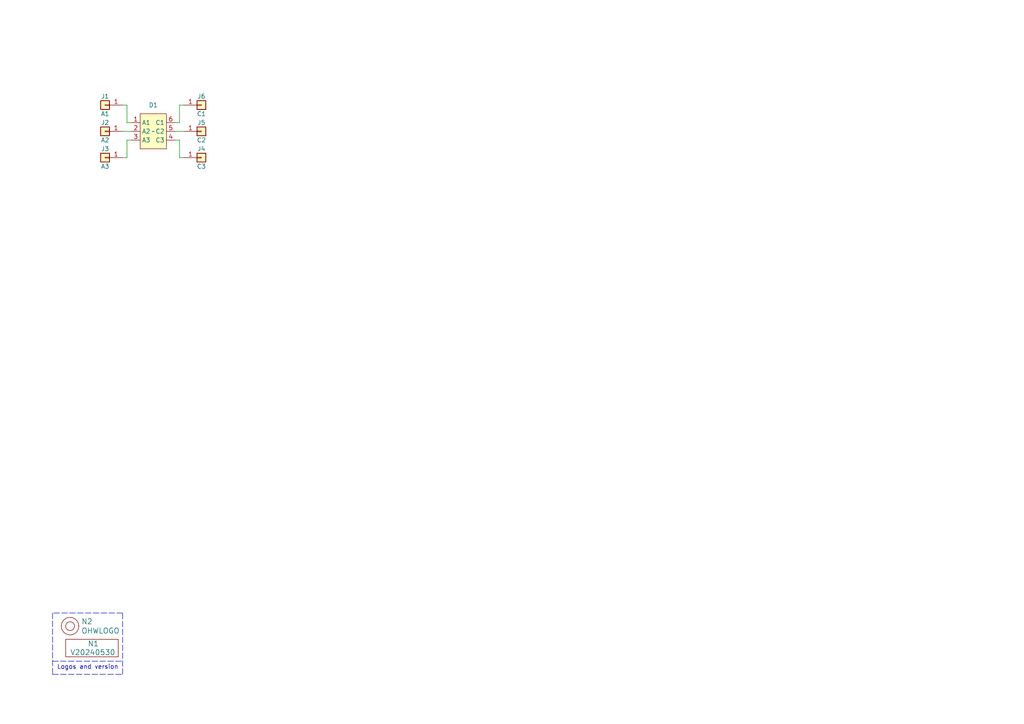
<source format=kicad_sch>
(kicad_sch (version 20230121) (generator eeschema)
  (paper "A4")
  (lib_symbols
    (symbol "Connector_Generic:Conn_01x01" (pin_names (offset 1.016) hide)
      (property "Reference" "J" (at 0 2.54 0))
      (property "Value" "Conn_01x01" (at 0 -2.54 0))
      (symbol "Conn_01x01_1_1"
        (rectangle (start -1.27 0.127) (end 0 -0.127) (stroke (width 0.1524)))
        (rectangle (start -1.27 1.27) (end 1.27 -1.27) (stroke (width 0.254)) (fill (type background)))
        (pin passive line (at -5.08 0 0) (length 3.81) (name "Pin_1") (number "1"))
      )
    )
    (symbol "SquantorDiodes:triple_diode"
      (property "Reference" "D" (at 0 6.35 0))
      (symbol "triple_diode_1_1"
        (rectangle (start -3.81 5.08) (end 3.81 -5.08) (fill (type background)))
        (pin passive line (at -6.35 2.54 0) (length 2.54) (name "A1") (number "1"))
        (pin passive line (at -6.35 0 0) (length 2.54) (name "A2") (number "2"))
        (pin passive line (at -6.35 -2.54 0) (length 2.54) (name "A3") (number "3"))
        (pin passive line (at 6.35 -2.54 180) (length 2.54) (name "C3") (number "4"))
        (pin passive line (at 6.35 0 180) (length 2.54) (name "C2") (number "5"))
        (pin passive line (at 6.35 2.54 180) (length 2.54) (name "C1") (number "6"))
      )
    )
    (symbol "SquantorLabels:OHWLOGO" (pin_names (offset 1.016))
      (property "Reference" "N" (at 0 3.81 0))
      (property "Value" "OHWLOGO" (at 0 -3.81 0))
      (symbol "OHWLOGO_0_1"
        (circle (center 0 0) (radius 1.27))
        (circle (center 0 0) (radius 2.54))
      )
    )
    (symbol "SquantorLabels:VYYYYMMDD" (pin_names (offset 1.016))
      (property "Reference" "N" (at 0 2.54 0))
      (property "Value" "VYYYYMMDD" (at 0 0 0))
      (symbol "VYYYYMMDD_0_1"
        (rectangle (start 7.62 -1.27) (end -7.62 3.81))
      )
    )
  )
  (wire (pts (xy 50.8 38.1) (xy 53.34 38.1)))
  (wire (pts (xy 52.07 40.64) (xy 52.07 45.72)))
  (wire (pts (xy 35.56 38.1) (xy 38.1 38.1)))
  (wire (pts (xy 38.1 40.64) (xy 36.83 40.64)))
  (polyline (pts (xy 15.24 191.77) (xy 35.56 191.77)) (stroke (width 0) (type dash)))
  (polyline (pts (xy 35.56 177.8) (xy 15.24 177.8)) (stroke (width 0) (type dash)))
  (wire (pts (xy 52.07 45.72) (xy 53.34 45.72)))
  (polyline (pts (xy 15.24 177.8) (xy 15.24 195.58)) (stroke (width 0) (type dash)))
  (wire (pts (xy 36.83 35.56) (xy 36.83 30.48)))
  (wire (pts (xy 50.8 40.64) (xy 52.07 40.64)))
  (wire (pts (xy 52.07 35.56) (xy 52.07 30.48)))
  (wire (pts (xy 38.1 35.56) (xy 36.83 35.56)))
  (wire (pts (xy 36.83 30.48) (xy 35.56 30.48)))
  (wire (pts (xy 36.83 40.64) (xy 36.83 45.72)))
  (wire (pts (xy 52.07 30.48) (xy 53.34 30.48)))
  (polyline (pts (xy 35.56 195.58) (xy 35.56 177.8)) (stroke (width 0) (type dash)))
  (polyline (pts (xy 15.24 195.58) (xy 35.56 195.58)) (stroke (width 0) (type dash)))
  (wire (pts (xy 50.8 35.56) (xy 52.07 35.56)))
  (wire (pts (xy 35.56 45.72) (xy 36.83 45.72)))
  (text "Logos and version" (at 16.51 194.31 0) (effects (font (size 1.27 1.27)) (justify left bottom)))
  (symbol (lib_id "SquantorLabels:VYYYYMMDD") (at 26.67 189.23 0) (unit 1)
    (property "Reference" "N1" (at 25.4 186.69 0) (effects (font (size 1.524 1.524)) (justify left)))
    (property "Value" "V20240530" (at 20.32 189.23 0) (effects (font (size 1.524 1.524)) (justify left)))
    (property "Footprint" "SquantorLabels:Label_Generic" (effects hide))
  )
  (symbol (lib_id "SquantorLabels:OHWLOGO") (at 20.32 181.61 0) (unit 1)
    (property "Reference" "N2" (at 23.5712 180.2638 0) (effects (font (size 1.524 1.524)) (justify left)))
    (property "Value" "OHWLOGO" (at 23.5712 182.9562 0) (effects (font (size 1.524 1.524)) (justify left)))
    (property "Footprint" "Symbol:OSHW-Symbol_6.7x6mm_SilkScreen" (effects hide))
  )
  (symbol (lib_id "Connector_Generic:Conn_01x01") (at 30.48 38.1 180) (unit 1)
    (property "Reference" "J2" (at 30.48 35.56 0))
    (property "Value" "A2" (at 30.48 40.64 0))
    (property "Footprint" "mill-max:PC_pin_nail_head_6092" (effects hide))
  )
  (symbol (lib_id "Connector_Generic:Conn_01x01") (at 30.48 30.48 180) (unit 1)
    (property "Reference" "J1" (at 30.48 27.94 0))
    (property "Value" "A1" (at 30.48 33.02 0))
    (property "Footprint" "mill-max:PC_pin_nail_head_6092" (effects hide))
  )
  (symbol (lib_id "Connector_Generic:Conn_01x01") (at 30.48 45.72 0) (mirror y) (unit 1)
    (property "Reference" "J3" (at 30.48 43.18 0))
    (property "Value" "A3" (at 30.48 48.26 0))
    (property "Footprint" "mill-max:PC_pin_nail_head_6092" (effects hide))
  )
  (symbol (lib_id "Connector_Generic:Conn_01x01") (at 58.42 45.72 0) (mirror x) (unit 1)
    (property "Reference" "J4" (at 58.42 43.18 0))
    (property "Value" "C3" (at 58.42 48.26 0))
    (property "Footprint" "mill-max:PC_pin_nail_head_6092" (effects hide))
  )
  (symbol (lib_id "Connector_Generic:Conn_01x01") (at 58.42 38.1 0) (unit 1)
    (property "Reference" "J5" (at 58.42 35.56 0))
    (property "Value" "C2" (at 58.42 40.64 0))
    (property "Footprint" "mill-max:PC_pin_nail_head_6092" (effects hide))
  )
  (symbol (lib_id "Connector_Generic:Conn_01x01") (at 58.42 30.48 0) (mirror x) (unit 1)
    (property "Reference" "J6" (at 58.42 27.94 0))
    (property "Value" "C1" (at 58.42 33.02 0))
    (property "Footprint" "mill-max:PC_pin_nail_head_6092" (effects hide))
  )
  (symbol (lib_id "SquantorDiodes:triple_diode") (at 44.45 38.1 0) (unit 1)
    (property "Reference" "D1" (at 44.45 30.48 0))
    (property "Value" "~" (at 44.45 38.1 0))
    (property "Footprint" "SquantorIC:SOT363-NXP-hand" (effects hide))
  )
)
</source>
